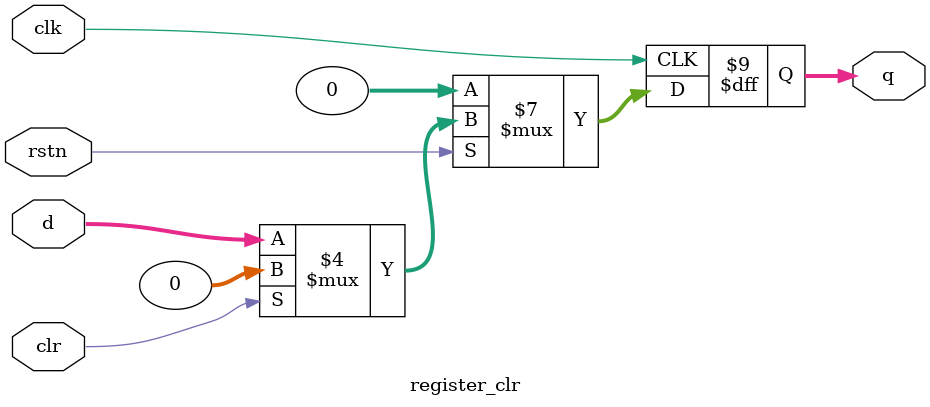
<source format=sv>
module register_clr 
#(parameter DW = 32)
(
    input  logic            clk,
    input  logic            rstn,
    input  logic            clr,
    input  logic [DW-1:0]   d, 
    output logic [DW-1:0]   q
);

always @ (posedge clk) begin
    if(~rstn)    
        q <= 0;
    else if(clr)
        q <= 0;
    else  
        q <= d;
end

endmodule

</source>
